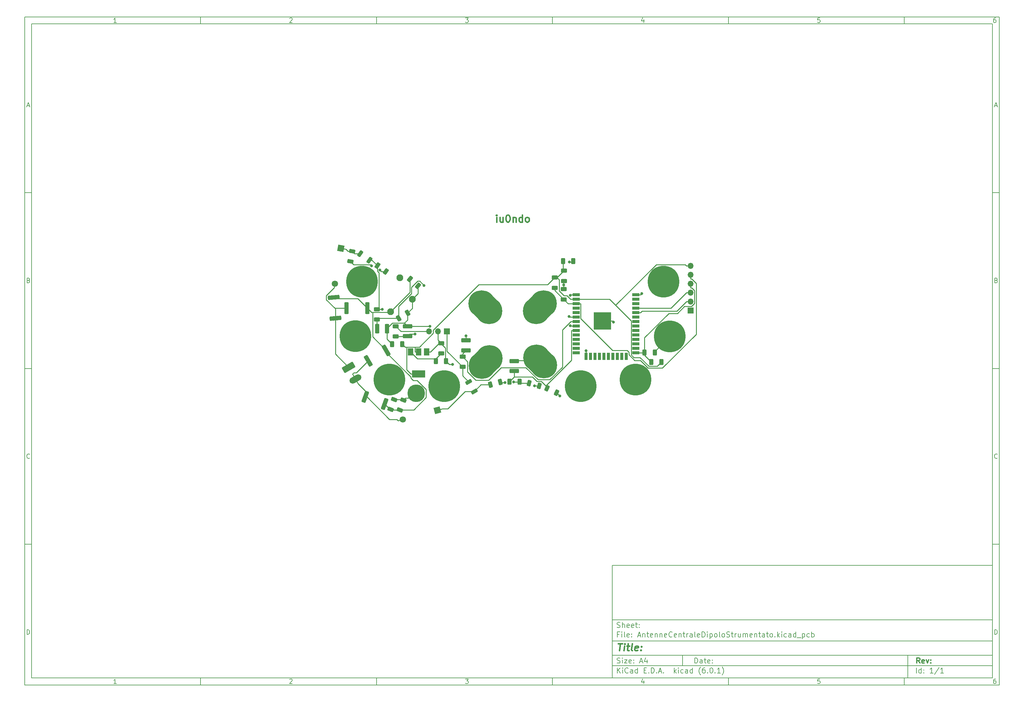
<source format=gtl>
G04 #@! TF.GenerationSoftware,KiCad,Pcbnew,(6.0.1)*
G04 #@! TF.CreationDate,2022-01-29T22:50:14+01:00*
G04 #@! TF.ProjectId,AntenneCentraleDipoloStrumentato,416e7465-6e6e-4654-9365-6e7472616c65,rev?*
G04 #@! TF.SameCoordinates,Original*
G04 #@! TF.FileFunction,Copper,L1,Top*
G04 #@! TF.FilePolarity,Positive*
%FSLAX46Y46*%
G04 Gerber Fmt 4.6, Leading zero omitted, Abs format (unit mm)*
G04 Created by KiCad (PCBNEW (6.0.1)) date 2022-01-29 22:50:14*
%MOMM*%
%LPD*%
G01*
G04 APERTURE LIST*
G04 Aperture macros list*
%AMRoundRect*
0 Rectangle with rounded corners*
0 $1 Rounding radius*
0 $2 $3 $4 $5 $6 $7 $8 $9 X,Y pos of 4 corners*
0 Add a 4 corners polygon primitive as box body*
4,1,4,$2,$3,$4,$5,$6,$7,$8,$9,$2,$3,0*
0 Add four circle primitives for the rounded corners*
1,1,$1+$1,$2,$3*
1,1,$1+$1,$4,$5*
1,1,$1+$1,$6,$7*
1,1,$1+$1,$8,$9*
0 Add four rect primitives between the rounded corners*
20,1,$1+$1,$2,$3,$4,$5,0*
20,1,$1+$1,$4,$5,$6,$7,0*
20,1,$1+$1,$6,$7,$8,$9,0*
20,1,$1+$1,$8,$9,$2,$3,0*%
%AMHorizOval*
0 Thick line with rounded ends*
0 $1 width*
0 $2 $3 position (X,Y) of the first rounded end (center of the circle)*
0 $4 $5 position (X,Y) of the second rounded end (center of the circle)*
0 Add line between two ends*
20,1,$1,$2,$3,$4,$5,0*
0 Add two circle primitives to create the rounded ends*
1,1,$1,$2,$3*
1,1,$1,$4,$5*%
%AMRotRect*
0 Rectangle, with rotation*
0 The origin of the aperture is its center*
0 $1 length*
0 $2 width*
0 $3 Rotation angle, in degrees counterclockwise*
0 Add horizontal line*
21,1,$1,$2,0,0,$3*%
G04 Aperture macros list end*
%ADD10C,0.100000*%
%ADD11C,0.150000*%
%ADD12C,0.300000*%
%ADD13C,0.400000*%
G04 #@! TA.AperFunction,NonConductor*
%ADD14C,0.400000*%
G04 #@! TD*
G04 #@! TA.AperFunction,SMDPad,CuDef*
%ADD15RoundRect,0.250000X-0.312500X-0.625000X0.312500X-0.625000X0.312500X0.625000X-0.312500X0.625000X0*%
G04 #@! TD*
G04 #@! TA.AperFunction,SMDPad,CuDef*
%ADD16RoundRect,0.250000X0.547358X0.434374X-0.019085X0.698511X-0.547358X-0.434374X0.019085X-0.698511X0*%
G04 #@! TD*
G04 #@! TA.AperFunction,SMDPad,CuDef*
%ADD17RoundRect,0.250000X0.641131X0.277907X0.162353X0.679649X-0.641131X-0.277907X-0.162353X-0.679649X0*%
G04 #@! TD*
G04 #@! TA.AperFunction,SMDPad,CuDef*
%ADD18RoundRect,0.250000X0.625000X-0.312500X0.625000X0.312500X-0.625000X0.312500X-0.625000X-0.312500X0*%
G04 #@! TD*
G04 #@! TA.AperFunction,SMDPad,CuDef*
%ADD19RoundRect,0.250000X0.743718X0.111843X0.468718X0.588157X-0.743718X-0.111843X-0.468718X-0.588157X0*%
G04 #@! TD*
G04 #@! TA.AperFunction,SMDPad,CuDef*
%ADD20RoundRect,0.250000X0.312500X0.625000X-0.312500X0.625000X-0.312500X-0.625000X0.312500X-0.625000X0*%
G04 #@! TD*
G04 #@! TA.AperFunction,SMDPad,CuDef*
%ADD21RoundRect,0.250000X-0.625000X0.312500X-0.625000X-0.312500X0.625000X-0.312500X0.625000X0.312500X0*%
G04 #@! TD*
G04 #@! TA.AperFunction,SMDPad,CuDef*
%ADD22RoundRect,0.250000X1.451171X-0.236924X1.387983X0.485318X-1.451171X0.236924X-1.387983X-0.485318X0*%
G04 #@! TD*
G04 #@! TA.AperFunction,ComponentPad*
%ADD23HorizOval,7.500000X1.060660X-1.060660X-1.060660X1.060660X0*%
G04 #@! TD*
G04 #@! TA.AperFunction,ComponentPad*
%ADD24C,0.900000*%
G04 #@! TD*
G04 #@! TA.AperFunction,ComponentPad*
%ADD25C,9.000000*%
G04 #@! TD*
G04 #@! TA.AperFunction,SMDPad,CuDef*
%ADD26R,1.500000X2.000000*%
G04 #@! TD*
G04 #@! TA.AperFunction,SMDPad,CuDef*
%ADD27R,3.800000X2.000000*%
G04 #@! TD*
G04 #@! TA.AperFunction,ComponentPad*
%ADD28HorizOval,7.500000X-1.060660X1.060660X1.060660X-1.060660X0*%
G04 #@! TD*
G04 #@! TA.AperFunction,SMDPad,CuDef*
%ADD29RoundRect,0.250000X-0.041867X0.697516X-0.583133X0.385016X0.041867X-0.697516X0.583133X-0.385016X0*%
G04 #@! TD*
G04 #@! TA.AperFunction,ComponentPad*
%ADD30C,1.950000*%
G04 #@! TD*
G04 #@! TA.AperFunction,ComponentPad*
%ADD31RotRect,1.800000X1.800000X195.000000*%
G04 #@! TD*
G04 #@! TA.AperFunction,ComponentPad*
%ADD32HorizOval,1.800000X0.000000X0.000000X0.000000X0.000000X0*%
G04 #@! TD*
G04 #@! TA.AperFunction,SMDPad,CuDef*
%ADD33RoundRect,0.250000X0.614470X0.332727X0.102500X0.691213X-0.614470X-0.332727X-0.102500X-0.691213X0*%
G04 #@! TD*
G04 #@! TA.AperFunction,SMDPad,CuDef*
%ADD34RoundRect,0.250000X0.828017X1.215080X0.146740X1.463044X-0.828017X-1.215080X-0.146740X-1.463044X0*%
G04 #@! TD*
G04 #@! TA.AperFunction,SMDPad,CuDef*
%ADD35RoundRect,0.250000X-0.398566X1.415336X-1.026434X1.052836X0.398566X-1.415336X1.026434X-1.052836X0*%
G04 #@! TD*
G04 #@! TA.AperFunction,ComponentPad*
%ADD36HorizOval,7.500000X1.060660X1.060660X-1.060660X-1.060660X0*%
G04 #@! TD*
G04 #@! TA.AperFunction,ComponentPad*
%ADD37R,1.700000X1.700000*%
G04 #@! TD*
G04 #@! TA.AperFunction,ComponentPad*
%ADD38O,1.700000X1.700000*%
G04 #@! TD*
G04 #@! TA.AperFunction,SMDPad,CuDef*
%ADD39RoundRect,0.250000X0.561240X-0.416283X0.669770X0.199222X-0.561240X0.416283X-0.669770X-0.199222X0*%
G04 #@! TD*
G04 #@! TA.AperFunction,SMDPad,CuDef*
%ADD40RoundRect,0.250000X0.480427X-0.507417X0.694189X0.079891X-0.480427X0.507417X-0.694189X-0.079891X0*%
G04 #@! TD*
G04 #@! TA.AperFunction,SMDPad,CuDef*
%ADD41RoundRect,0.250000X0.140090X0.684585X-0.463614X0.522823X-0.140090X-0.684585X0.463614X-0.522823X0*%
G04 #@! TD*
G04 #@! TA.AperFunction,SMDPad,CuDef*
%ADD42RoundRect,0.250000X0.463614X0.522823X-0.140090X0.684585X-0.463614X-0.522823X0.140090X-0.684585X0*%
G04 #@! TD*
G04 #@! TA.AperFunction,ComponentPad*
%ADD43HorizOval,7.500000X-1.060660X-1.060660X1.060660X1.060660X0*%
G04 #@! TD*
G04 #@! TA.AperFunction,SMDPad,CuDef*
%ADD44RoundRect,0.250000X-0.362500X-1.425000X0.362500X-1.425000X0.362500X1.425000X-0.362500X1.425000X0*%
G04 #@! TD*
G04 #@! TA.AperFunction,ComponentPad*
%ADD45RoundRect,0.250000X-1.667339X-0.212083X-1.017339X-1.337917X1.667339X0.212083X1.017339X1.337917X0*%
G04 #@! TD*
G04 #@! TA.AperFunction,ComponentPad*
%ADD46HorizOval,1.800000X-0.779423X-0.450000X0.779423X0.450000X0*%
G04 #@! TD*
G04 #@! TA.AperFunction,SMDPad,CuDef*
%ADD47RoundRect,0.250000X1.075000X-0.375000X1.075000X0.375000X-1.075000X0.375000X-1.075000X-0.375000X0*%
G04 #@! TD*
G04 #@! TA.AperFunction,ComponentPad*
%ADD48RotRect,1.800000X1.800000X260.000000*%
G04 #@! TD*
G04 #@! TA.AperFunction,ComponentPad*
%ADD49HorizOval,1.800000X0.000000X0.000000X0.000000X0.000000X0*%
G04 #@! TD*
G04 #@! TA.AperFunction,SMDPad,CuDef*
%ADD50R,5.000000X5.000000*%
G04 #@! TD*
G04 #@! TA.AperFunction,SMDPad,CuDef*
%ADD51R,2.000000X0.900000*%
G04 #@! TD*
G04 #@! TA.AperFunction,SMDPad,CuDef*
%ADD52R,0.900000X2.000000*%
G04 #@! TD*
G04 #@! TA.AperFunction,SMDPad,CuDef*
%ADD53RoundRect,0.250000X-0.375000X-1.075000X0.375000X-1.075000X0.375000X1.075000X-0.375000X1.075000X0*%
G04 #@! TD*
G04 #@! TA.AperFunction,SMDPad,CuDef*
%ADD54RoundRect,0.250000X0.626770X0.415673X0.176237X0.731140X-0.626770X-0.415673X-0.176237X-0.731140X0*%
G04 #@! TD*
G04 #@! TA.AperFunction,ComponentPad*
%ADD55C,0.800000*%
G04 #@! TD*
G04 #@! TA.AperFunction,ComponentPad*
%ADD56C,5.000000*%
G04 #@! TD*
G04 #@! TA.AperFunction,ViaPad*
%ADD57C,0.800000*%
G04 #@! TD*
G04 #@! TA.AperFunction,Conductor*
%ADD58C,0.250000*%
G04 #@! TD*
G04 APERTURE END LIST*
D10*
D11*
X177002200Y-166007200D02*
X177002200Y-198007200D01*
X285002200Y-198007200D01*
X285002200Y-166007200D01*
X177002200Y-166007200D01*
D10*
D11*
X10000000Y-10000000D02*
X10000000Y-200007200D01*
X287002200Y-200007200D01*
X287002200Y-10000000D01*
X10000000Y-10000000D01*
D10*
D11*
X12000000Y-12000000D02*
X12000000Y-198007200D01*
X285002200Y-198007200D01*
X285002200Y-12000000D01*
X12000000Y-12000000D01*
D10*
D11*
X60000000Y-12000000D02*
X60000000Y-10000000D01*
D10*
D11*
X110000000Y-12000000D02*
X110000000Y-10000000D01*
D10*
D11*
X160000000Y-12000000D02*
X160000000Y-10000000D01*
D10*
D11*
X210000000Y-12000000D02*
X210000000Y-10000000D01*
D10*
D11*
X260000000Y-12000000D02*
X260000000Y-10000000D01*
D10*
D11*
X36065476Y-11588095D02*
X35322619Y-11588095D01*
X35694047Y-11588095D02*
X35694047Y-10288095D01*
X35570238Y-10473809D01*
X35446428Y-10597619D01*
X35322619Y-10659523D01*
D10*
D11*
X85322619Y-10411904D02*
X85384523Y-10350000D01*
X85508333Y-10288095D01*
X85817857Y-10288095D01*
X85941666Y-10350000D01*
X86003571Y-10411904D01*
X86065476Y-10535714D01*
X86065476Y-10659523D01*
X86003571Y-10845238D01*
X85260714Y-11588095D01*
X86065476Y-11588095D01*
D10*
D11*
X135260714Y-10288095D02*
X136065476Y-10288095D01*
X135632142Y-10783333D01*
X135817857Y-10783333D01*
X135941666Y-10845238D01*
X136003571Y-10907142D01*
X136065476Y-11030952D01*
X136065476Y-11340476D01*
X136003571Y-11464285D01*
X135941666Y-11526190D01*
X135817857Y-11588095D01*
X135446428Y-11588095D01*
X135322619Y-11526190D01*
X135260714Y-11464285D01*
D10*
D11*
X185941666Y-10721428D02*
X185941666Y-11588095D01*
X185632142Y-10226190D02*
X185322619Y-11154761D01*
X186127380Y-11154761D01*
D10*
D11*
X236003571Y-10288095D02*
X235384523Y-10288095D01*
X235322619Y-10907142D01*
X235384523Y-10845238D01*
X235508333Y-10783333D01*
X235817857Y-10783333D01*
X235941666Y-10845238D01*
X236003571Y-10907142D01*
X236065476Y-11030952D01*
X236065476Y-11340476D01*
X236003571Y-11464285D01*
X235941666Y-11526190D01*
X235817857Y-11588095D01*
X235508333Y-11588095D01*
X235384523Y-11526190D01*
X235322619Y-11464285D01*
D10*
D11*
X285941666Y-10288095D02*
X285694047Y-10288095D01*
X285570238Y-10350000D01*
X285508333Y-10411904D01*
X285384523Y-10597619D01*
X285322619Y-10845238D01*
X285322619Y-11340476D01*
X285384523Y-11464285D01*
X285446428Y-11526190D01*
X285570238Y-11588095D01*
X285817857Y-11588095D01*
X285941666Y-11526190D01*
X286003571Y-11464285D01*
X286065476Y-11340476D01*
X286065476Y-11030952D01*
X286003571Y-10907142D01*
X285941666Y-10845238D01*
X285817857Y-10783333D01*
X285570238Y-10783333D01*
X285446428Y-10845238D01*
X285384523Y-10907142D01*
X285322619Y-11030952D01*
D10*
D11*
X60000000Y-198007200D02*
X60000000Y-200007200D01*
D10*
D11*
X110000000Y-198007200D02*
X110000000Y-200007200D01*
D10*
D11*
X160000000Y-198007200D02*
X160000000Y-200007200D01*
D10*
D11*
X210000000Y-198007200D02*
X210000000Y-200007200D01*
D10*
D11*
X260000000Y-198007200D02*
X260000000Y-200007200D01*
D10*
D11*
X36065476Y-199595295D02*
X35322619Y-199595295D01*
X35694047Y-199595295D02*
X35694047Y-198295295D01*
X35570238Y-198481009D01*
X35446428Y-198604819D01*
X35322619Y-198666723D01*
D10*
D11*
X85322619Y-198419104D02*
X85384523Y-198357200D01*
X85508333Y-198295295D01*
X85817857Y-198295295D01*
X85941666Y-198357200D01*
X86003571Y-198419104D01*
X86065476Y-198542914D01*
X86065476Y-198666723D01*
X86003571Y-198852438D01*
X85260714Y-199595295D01*
X86065476Y-199595295D01*
D10*
D11*
X135260714Y-198295295D02*
X136065476Y-198295295D01*
X135632142Y-198790533D01*
X135817857Y-198790533D01*
X135941666Y-198852438D01*
X136003571Y-198914342D01*
X136065476Y-199038152D01*
X136065476Y-199347676D01*
X136003571Y-199471485D01*
X135941666Y-199533390D01*
X135817857Y-199595295D01*
X135446428Y-199595295D01*
X135322619Y-199533390D01*
X135260714Y-199471485D01*
D10*
D11*
X185941666Y-198728628D02*
X185941666Y-199595295D01*
X185632142Y-198233390D02*
X185322619Y-199161961D01*
X186127380Y-199161961D01*
D10*
D11*
X236003571Y-198295295D02*
X235384523Y-198295295D01*
X235322619Y-198914342D01*
X235384523Y-198852438D01*
X235508333Y-198790533D01*
X235817857Y-198790533D01*
X235941666Y-198852438D01*
X236003571Y-198914342D01*
X236065476Y-199038152D01*
X236065476Y-199347676D01*
X236003571Y-199471485D01*
X235941666Y-199533390D01*
X235817857Y-199595295D01*
X235508333Y-199595295D01*
X235384523Y-199533390D01*
X235322619Y-199471485D01*
D10*
D11*
X285941666Y-198295295D02*
X285694047Y-198295295D01*
X285570238Y-198357200D01*
X285508333Y-198419104D01*
X285384523Y-198604819D01*
X285322619Y-198852438D01*
X285322619Y-199347676D01*
X285384523Y-199471485D01*
X285446428Y-199533390D01*
X285570238Y-199595295D01*
X285817857Y-199595295D01*
X285941666Y-199533390D01*
X286003571Y-199471485D01*
X286065476Y-199347676D01*
X286065476Y-199038152D01*
X286003571Y-198914342D01*
X285941666Y-198852438D01*
X285817857Y-198790533D01*
X285570238Y-198790533D01*
X285446428Y-198852438D01*
X285384523Y-198914342D01*
X285322619Y-199038152D01*
D10*
D11*
X10000000Y-60000000D02*
X12000000Y-60000000D01*
D10*
D11*
X10000000Y-110000000D02*
X12000000Y-110000000D01*
D10*
D11*
X10000000Y-160000000D02*
X12000000Y-160000000D01*
D10*
D11*
X10690476Y-35216666D02*
X11309523Y-35216666D01*
X10566666Y-35588095D02*
X11000000Y-34288095D01*
X11433333Y-35588095D01*
D10*
D11*
X11092857Y-84907142D02*
X11278571Y-84969047D01*
X11340476Y-85030952D01*
X11402380Y-85154761D01*
X11402380Y-85340476D01*
X11340476Y-85464285D01*
X11278571Y-85526190D01*
X11154761Y-85588095D01*
X10659523Y-85588095D01*
X10659523Y-84288095D01*
X11092857Y-84288095D01*
X11216666Y-84350000D01*
X11278571Y-84411904D01*
X11340476Y-84535714D01*
X11340476Y-84659523D01*
X11278571Y-84783333D01*
X11216666Y-84845238D01*
X11092857Y-84907142D01*
X10659523Y-84907142D01*
D10*
D11*
X11402380Y-135464285D02*
X11340476Y-135526190D01*
X11154761Y-135588095D01*
X11030952Y-135588095D01*
X10845238Y-135526190D01*
X10721428Y-135402380D01*
X10659523Y-135278571D01*
X10597619Y-135030952D01*
X10597619Y-134845238D01*
X10659523Y-134597619D01*
X10721428Y-134473809D01*
X10845238Y-134350000D01*
X11030952Y-134288095D01*
X11154761Y-134288095D01*
X11340476Y-134350000D01*
X11402380Y-134411904D01*
D10*
D11*
X10659523Y-185588095D02*
X10659523Y-184288095D01*
X10969047Y-184288095D01*
X11154761Y-184350000D01*
X11278571Y-184473809D01*
X11340476Y-184597619D01*
X11402380Y-184845238D01*
X11402380Y-185030952D01*
X11340476Y-185278571D01*
X11278571Y-185402380D01*
X11154761Y-185526190D01*
X10969047Y-185588095D01*
X10659523Y-185588095D01*
D10*
D11*
X287002200Y-60000000D02*
X285002200Y-60000000D01*
D10*
D11*
X287002200Y-110000000D02*
X285002200Y-110000000D01*
D10*
D11*
X287002200Y-160000000D02*
X285002200Y-160000000D01*
D10*
D11*
X285692676Y-35216666D02*
X286311723Y-35216666D01*
X285568866Y-35588095D02*
X286002200Y-34288095D01*
X286435533Y-35588095D01*
D10*
D11*
X286095057Y-84907142D02*
X286280771Y-84969047D01*
X286342676Y-85030952D01*
X286404580Y-85154761D01*
X286404580Y-85340476D01*
X286342676Y-85464285D01*
X286280771Y-85526190D01*
X286156961Y-85588095D01*
X285661723Y-85588095D01*
X285661723Y-84288095D01*
X286095057Y-84288095D01*
X286218866Y-84350000D01*
X286280771Y-84411904D01*
X286342676Y-84535714D01*
X286342676Y-84659523D01*
X286280771Y-84783333D01*
X286218866Y-84845238D01*
X286095057Y-84907142D01*
X285661723Y-84907142D01*
D10*
D11*
X286404580Y-135464285D02*
X286342676Y-135526190D01*
X286156961Y-135588095D01*
X286033152Y-135588095D01*
X285847438Y-135526190D01*
X285723628Y-135402380D01*
X285661723Y-135278571D01*
X285599819Y-135030952D01*
X285599819Y-134845238D01*
X285661723Y-134597619D01*
X285723628Y-134473809D01*
X285847438Y-134350000D01*
X286033152Y-134288095D01*
X286156961Y-134288095D01*
X286342676Y-134350000D01*
X286404580Y-134411904D01*
D10*
D11*
X285661723Y-185588095D02*
X285661723Y-184288095D01*
X285971247Y-184288095D01*
X286156961Y-184350000D01*
X286280771Y-184473809D01*
X286342676Y-184597619D01*
X286404580Y-184845238D01*
X286404580Y-185030952D01*
X286342676Y-185278571D01*
X286280771Y-185402380D01*
X286156961Y-185526190D01*
X285971247Y-185588095D01*
X285661723Y-185588095D01*
D10*
D11*
X200434342Y-193785771D02*
X200434342Y-192285771D01*
X200791485Y-192285771D01*
X201005771Y-192357200D01*
X201148628Y-192500057D01*
X201220057Y-192642914D01*
X201291485Y-192928628D01*
X201291485Y-193142914D01*
X201220057Y-193428628D01*
X201148628Y-193571485D01*
X201005771Y-193714342D01*
X200791485Y-193785771D01*
X200434342Y-193785771D01*
X202577200Y-193785771D02*
X202577200Y-193000057D01*
X202505771Y-192857200D01*
X202362914Y-192785771D01*
X202077200Y-192785771D01*
X201934342Y-192857200D01*
X202577200Y-193714342D02*
X202434342Y-193785771D01*
X202077200Y-193785771D01*
X201934342Y-193714342D01*
X201862914Y-193571485D01*
X201862914Y-193428628D01*
X201934342Y-193285771D01*
X202077200Y-193214342D01*
X202434342Y-193214342D01*
X202577200Y-193142914D01*
X203077200Y-192785771D02*
X203648628Y-192785771D01*
X203291485Y-192285771D02*
X203291485Y-193571485D01*
X203362914Y-193714342D01*
X203505771Y-193785771D01*
X203648628Y-193785771D01*
X204720057Y-193714342D02*
X204577200Y-193785771D01*
X204291485Y-193785771D01*
X204148628Y-193714342D01*
X204077200Y-193571485D01*
X204077200Y-193000057D01*
X204148628Y-192857200D01*
X204291485Y-192785771D01*
X204577200Y-192785771D01*
X204720057Y-192857200D01*
X204791485Y-193000057D01*
X204791485Y-193142914D01*
X204077200Y-193285771D01*
X205434342Y-193642914D02*
X205505771Y-193714342D01*
X205434342Y-193785771D01*
X205362914Y-193714342D01*
X205434342Y-193642914D01*
X205434342Y-193785771D01*
X205434342Y-192857200D02*
X205505771Y-192928628D01*
X205434342Y-193000057D01*
X205362914Y-192928628D01*
X205434342Y-192857200D01*
X205434342Y-193000057D01*
D10*
D11*
X177002200Y-194507200D02*
X285002200Y-194507200D01*
D10*
D11*
X178434342Y-196585771D02*
X178434342Y-195085771D01*
X179291485Y-196585771D02*
X178648628Y-195728628D01*
X179291485Y-195085771D02*
X178434342Y-195942914D01*
X179934342Y-196585771D02*
X179934342Y-195585771D01*
X179934342Y-195085771D02*
X179862914Y-195157200D01*
X179934342Y-195228628D01*
X180005771Y-195157200D01*
X179934342Y-195085771D01*
X179934342Y-195228628D01*
X181505771Y-196442914D02*
X181434342Y-196514342D01*
X181220057Y-196585771D01*
X181077200Y-196585771D01*
X180862914Y-196514342D01*
X180720057Y-196371485D01*
X180648628Y-196228628D01*
X180577200Y-195942914D01*
X180577200Y-195728628D01*
X180648628Y-195442914D01*
X180720057Y-195300057D01*
X180862914Y-195157200D01*
X181077200Y-195085771D01*
X181220057Y-195085771D01*
X181434342Y-195157200D01*
X181505771Y-195228628D01*
X182791485Y-196585771D02*
X182791485Y-195800057D01*
X182720057Y-195657200D01*
X182577200Y-195585771D01*
X182291485Y-195585771D01*
X182148628Y-195657200D01*
X182791485Y-196514342D02*
X182648628Y-196585771D01*
X182291485Y-196585771D01*
X182148628Y-196514342D01*
X182077200Y-196371485D01*
X182077200Y-196228628D01*
X182148628Y-196085771D01*
X182291485Y-196014342D01*
X182648628Y-196014342D01*
X182791485Y-195942914D01*
X184148628Y-196585771D02*
X184148628Y-195085771D01*
X184148628Y-196514342D02*
X184005771Y-196585771D01*
X183720057Y-196585771D01*
X183577200Y-196514342D01*
X183505771Y-196442914D01*
X183434342Y-196300057D01*
X183434342Y-195871485D01*
X183505771Y-195728628D01*
X183577200Y-195657200D01*
X183720057Y-195585771D01*
X184005771Y-195585771D01*
X184148628Y-195657200D01*
X186005771Y-195800057D02*
X186505771Y-195800057D01*
X186720057Y-196585771D02*
X186005771Y-196585771D01*
X186005771Y-195085771D01*
X186720057Y-195085771D01*
X187362914Y-196442914D02*
X187434342Y-196514342D01*
X187362914Y-196585771D01*
X187291485Y-196514342D01*
X187362914Y-196442914D01*
X187362914Y-196585771D01*
X188077200Y-196585771D02*
X188077200Y-195085771D01*
X188434342Y-195085771D01*
X188648628Y-195157200D01*
X188791485Y-195300057D01*
X188862914Y-195442914D01*
X188934342Y-195728628D01*
X188934342Y-195942914D01*
X188862914Y-196228628D01*
X188791485Y-196371485D01*
X188648628Y-196514342D01*
X188434342Y-196585771D01*
X188077200Y-196585771D01*
X189577200Y-196442914D02*
X189648628Y-196514342D01*
X189577200Y-196585771D01*
X189505771Y-196514342D01*
X189577200Y-196442914D01*
X189577200Y-196585771D01*
X190220057Y-196157200D02*
X190934342Y-196157200D01*
X190077200Y-196585771D02*
X190577200Y-195085771D01*
X191077200Y-196585771D01*
X191577200Y-196442914D02*
X191648628Y-196514342D01*
X191577200Y-196585771D01*
X191505771Y-196514342D01*
X191577200Y-196442914D01*
X191577200Y-196585771D01*
X194577200Y-196585771D02*
X194577200Y-195085771D01*
X194720057Y-196014342D02*
X195148628Y-196585771D01*
X195148628Y-195585771D02*
X194577200Y-196157200D01*
X195791485Y-196585771D02*
X195791485Y-195585771D01*
X195791485Y-195085771D02*
X195720057Y-195157200D01*
X195791485Y-195228628D01*
X195862914Y-195157200D01*
X195791485Y-195085771D01*
X195791485Y-195228628D01*
X197148628Y-196514342D02*
X197005771Y-196585771D01*
X196720057Y-196585771D01*
X196577200Y-196514342D01*
X196505771Y-196442914D01*
X196434342Y-196300057D01*
X196434342Y-195871485D01*
X196505771Y-195728628D01*
X196577200Y-195657200D01*
X196720057Y-195585771D01*
X197005771Y-195585771D01*
X197148628Y-195657200D01*
X198434342Y-196585771D02*
X198434342Y-195800057D01*
X198362914Y-195657200D01*
X198220057Y-195585771D01*
X197934342Y-195585771D01*
X197791485Y-195657200D01*
X198434342Y-196514342D02*
X198291485Y-196585771D01*
X197934342Y-196585771D01*
X197791485Y-196514342D01*
X197720057Y-196371485D01*
X197720057Y-196228628D01*
X197791485Y-196085771D01*
X197934342Y-196014342D01*
X198291485Y-196014342D01*
X198434342Y-195942914D01*
X199791485Y-196585771D02*
X199791485Y-195085771D01*
X199791485Y-196514342D02*
X199648628Y-196585771D01*
X199362914Y-196585771D01*
X199220057Y-196514342D01*
X199148628Y-196442914D01*
X199077200Y-196300057D01*
X199077200Y-195871485D01*
X199148628Y-195728628D01*
X199220057Y-195657200D01*
X199362914Y-195585771D01*
X199648628Y-195585771D01*
X199791485Y-195657200D01*
X202077200Y-197157200D02*
X202005771Y-197085771D01*
X201862914Y-196871485D01*
X201791485Y-196728628D01*
X201720057Y-196514342D01*
X201648628Y-196157200D01*
X201648628Y-195871485D01*
X201720057Y-195514342D01*
X201791485Y-195300057D01*
X201862914Y-195157200D01*
X202005771Y-194942914D01*
X202077200Y-194871485D01*
X203291485Y-195085771D02*
X203005771Y-195085771D01*
X202862914Y-195157200D01*
X202791485Y-195228628D01*
X202648628Y-195442914D01*
X202577200Y-195728628D01*
X202577200Y-196300057D01*
X202648628Y-196442914D01*
X202720057Y-196514342D01*
X202862914Y-196585771D01*
X203148628Y-196585771D01*
X203291485Y-196514342D01*
X203362914Y-196442914D01*
X203434342Y-196300057D01*
X203434342Y-195942914D01*
X203362914Y-195800057D01*
X203291485Y-195728628D01*
X203148628Y-195657200D01*
X202862914Y-195657200D01*
X202720057Y-195728628D01*
X202648628Y-195800057D01*
X202577200Y-195942914D01*
X204077200Y-196442914D02*
X204148628Y-196514342D01*
X204077200Y-196585771D01*
X204005771Y-196514342D01*
X204077200Y-196442914D01*
X204077200Y-196585771D01*
X205077200Y-195085771D02*
X205220057Y-195085771D01*
X205362914Y-195157200D01*
X205434342Y-195228628D01*
X205505771Y-195371485D01*
X205577200Y-195657200D01*
X205577200Y-196014342D01*
X205505771Y-196300057D01*
X205434342Y-196442914D01*
X205362914Y-196514342D01*
X205220057Y-196585771D01*
X205077200Y-196585771D01*
X204934342Y-196514342D01*
X204862914Y-196442914D01*
X204791485Y-196300057D01*
X204720057Y-196014342D01*
X204720057Y-195657200D01*
X204791485Y-195371485D01*
X204862914Y-195228628D01*
X204934342Y-195157200D01*
X205077200Y-195085771D01*
X206220057Y-196442914D02*
X206291485Y-196514342D01*
X206220057Y-196585771D01*
X206148628Y-196514342D01*
X206220057Y-196442914D01*
X206220057Y-196585771D01*
X207720057Y-196585771D02*
X206862914Y-196585771D01*
X207291485Y-196585771D02*
X207291485Y-195085771D01*
X207148628Y-195300057D01*
X207005771Y-195442914D01*
X206862914Y-195514342D01*
X208220057Y-197157200D02*
X208291485Y-197085771D01*
X208434342Y-196871485D01*
X208505771Y-196728628D01*
X208577200Y-196514342D01*
X208648628Y-196157200D01*
X208648628Y-195871485D01*
X208577200Y-195514342D01*
X208505771Y-195300057D01*
X208434342Y-195157200D01*
X208291485Y-194942914D01*
X208220057Y-194871485D01*
D10*
D11*
X177002200Y-191507200D02*
X285002200Y-191507200D01*
D10*
D12*
X264411485Y-193785771D02*
X263911485Y-193071485D01*
X263554342Y-193785771D02*
X263554342Y-192285771D01*
X264125771Y-192285771D01*
X264268628Y-192357200D01*
X264340057Y-192428628D01*
X264411485Y-192571485D01*
X264411485Y-192785771D01*
X264340057Y-192928628D01*
X264268628Y-193000057D01*
X264125771Y-193071485D01*
X263554342Y-193071485D01*
X265625771Y-193714342D02*
X265482914Y-193785771D01*
X265197200Y-193785771D01*
X265054342Y-193714342D01*
X264982914Y-193571485D01*
X264982914Y-193000057D01*
X265054342Y-192857200D01*
X265197200Y-192785771D01*
X265482914Y-192785771D01*
X265625771Y-192857200D01*
X265697200Y-193000057D01*
X265697200Y-193142914D01*
X264982914Y-193285771D01*
X266197200Y-192785771D02*
X266554342Y-193785771D01*
X266911485Y-192785771D01*
X267482914Y-193642914D02*
X267554342Y-193714342D01*
X267482914Y-193785771D01*
X267411485Y-193714342D01*
X267482914Y-193642914D01*
X267482914Y-193785771D01*
X267482914Y-192857200D02*
X267554342Y-192928628D01*
X267482914Y-193000057D01*
X267411485Y-192928628D01*
X267482914Y-192857200D01*
X267482914Y-193000057D01*
D10*
D11*
X178362914Y-193714342D02*
X178577200Y-193785771D01*
X178934342Y-193785771D01*
X179077200Y-193714342D01*
X179148628Y-193642914D01*
X179220057Y-193500057D01*
X179220057Y-193357200D01*
X179148628Y-193214342D01*
X179077200Y-193142914D01*
X178934342Y-193071485D01*
X178648628Y-193000057D01*
X178505771Y-192928628D01*
X178434342Y-192857200D01*
X178362914Y-192714342D01*
X178362914Y-192571485D01*
X178434342Y-192428628D01*
X178505771Y-192357200D01*
X178648628Y-192285771D01*
X179005771Y-192285771D01*
X179220057Y-192357200D01*
X179862914Y-193785771D02*
X179862914Y-192785771D01*
X179862914Y-192285771D02*
X179791485Y-192357200D01*
X179862914Y-192428628D01*
X179934342Y-192357200D01*
X179862914Y-192285771D01*
X179862914Y-192428628D01*
X180434342Y-192785771D02*
X181220057Y-192785771D01*
X180434342Y-193785771D01*
X181220057Y-193785771D01*
X182362914Y-193714342D02*
X182220057Y-193785771D01*
X181934342Y-193785771D01*
X181791485Y-193714342D01*
X181720057Y-193571485D01*
X181720057Y-193000057D01*
X181791485Y-192857200D01*
X181934342Y-192785771D01*
X182220057Y-192785771D01*
X182362914Y-192857200D01*
X182434342Y-193000057D01*
X182434342Y-193142914D01*
X181720057Y-193285771D01*
X183077200Y-193642914D02*
X183148628Y-193714342D01*
X183077200Y-193785771D01*
X183005771Y-193714342D01*
X183077200Y-193642914D01*
X183077200Y-193785771D01*
X183077200Y-192857200D02*
X183148628Y-192928628D01*
X183077200Y-193000057D01*
X183005771Y-192928628D01*
X183077200Y-192857200D01*
X183077200Y-193000057D01*
X184862914Y-193357200D02*
X185577200Y-193357200D01*
X184720057Y-193785771D02*
X185220057Y-192285771D01*
X185720057Y-193785771D01*
X186862914Y-192785771D02*
X186862914Y-193785771D01*
X186505771Y-192214342D02*
X186148628Y-193285771D01*
X187077200Y-193285771D01*
D10*
D11*
X263434342Y-196585771D02*
X263434342Y-195085771D01*
X264791485Y-196585771D02*
X264791485Y-195085771D01*
X264791485Y-196514342D02*
X264648628Y-196585771D01*
X264362914Y-196585771D01*
X264220057Y-196514342D01*
X264148628Y-196442914D01*
X264077200Y-196300057D01*
X264077200Y-195871485D01*
X264148628Y-195728628D01*
X264220057Y-195657200D01*
X264362914Y-195585771D01*
X264648628Y-195585771D01*
X264791485Y-195657200D01*
X265505771Y-196442914D02*
X265577200Y-196514342D01*
X265505771Y-196585771D01*
X265434342Y-196514342D01*
X265505771Y-196442914D01*
X265505771Y-196585771D01*
X265505771Y-195657200D02*
X265577200Y-195728628D01*
X265505771Y-195800057D01*
X265434342Y-195728628D01*
X265505771Y-195657200D01*
X265505771Y-195800057D01*
X268148628Y-196585771D02*
X267291485Y-196585771D01*
X267720057Y-196585771D02*
X267720057Y-195085771D01*
X267577200Y-195300057D01*
X267434342Y-195442914D01*
X267291485Y-195514342D01*
X269862914Y-195014342D02*
X268577200Y-196942914D01*
X271148628Y-196585771D02*
X270291485Y-196585771D01*
X270720057Y-196585771D02*
X270720057Y-195085771D01*
X270577200Y-195300057D01*
X270434342Y-195442914D01*
X270291485Y-195514342D01*
D10*
D11*
X177002200Y-187507200D02*
X285002200Y-187507200D01*
D10*
D13*
X178714580Y-188211961D02*
X179857438Y-188211961D01*
X179036009Y-190211961D02*
X179286009Y-188211961D01*
X180274104Y-190211961D02*
X180440771Y-188878628D01*
X180524104Y-188211961D02*
X180416961Y-188307200D01*
X180500295Y-188402438D01*
X180607438Y-188307200D01*
X180524104Y-188211961D01*
X180500295Y-188402438D01*
X181107438Y-188878628D02*
X181869342Y-188878628D01*
X181476485Y-188211961D02*
X181262200Y-189926247D01*
X181333628Y-190116723D01*
X181512200Y-190211961D01*
X181702676Y-190211961D01*
X182655057Y-190211961D02*
X182476485Y-190116723D01*
X182405057Y-189926247D01*
X182619342Y-188211961D01*
X184190771Y-190116723D02*
X183988390Y-190211961D01*
X183607438Y-190211961D01*
X183428866Y-190116723D01*
X183357438Y-189926247D01*
X183452676Y-189164342D01*
X183571723Y-188973866D01*
X183774104Y-188878628D01*
X184155057Y-188878628D01*
X184333628Y-188973866D01*
X184405057Y-189164342D01*
X184381247Y-189354819D01*
X183405057Y-189545295D01*
X185155057Y-190021485D02*
X185238390Y-190116723D01*
X185131247Y-190211961D01*
X185047914Y-190116723D01*
X185155057Y-190021485D01*
X185131247Y-190211961D01*
X185286009Y-188973866D02*
X185369342Y-189069104D01*
X185262200Y-189164342D01*
X185178866Y-189069104D01*
X185286009Y-188973866D01*
X185262200Y-189164342D01*
D10*
D11*
X178934342Y-185600057D02*
X178434342Y-185600057D01*
X178434342Y-186385771D02*
X178434342Y-184885771D01*
X179148628Y-184885771D01*
X179720057Y-186385771D02*
X179720057Y-185385771D01*
X179720057Y-184885771D02*
X179648628Y-184957200D01*
X179720057Y-185028628D01*
X179791485Y-184957200D01*
X179720057Y-184885771D01*
X179720057Y-185028628D01*
X180648628Y-186385771D02*
X180505771Y-186314342D01*
X180434342Y-186171485D01*
X180434342Y-184885771D01*
X181791485Y-186314342D02*
X181648628Y-186385771D01*
X181362914Y-186385771D01*
X181220057Y-186314342D01*
X181148628Y-186171485D01*
X181148628Y-185600057D01*
X181220057Y-185457200D01*
X181362914Y-185385771D01*
X181648628Y-185385771D01*
X181791485Y-185457200D01*
X181862914Y-185600057D01*
X181862914Y-185742914D01*
X181148628Y-185885771D01*
X182505771Y-186242914D02*
X182577200Y-186314342D01*
X182505771Y-186385771D01*
X182434342Y-186314342D01*
X182505771Y-186242914D01*
X182505771Y-186385771D01*
X182505771Y-185457200D02*
X182577200Y-185528628D01*
X182505771Y-185600057D01*
X182434342Y-185528628D01*
X182505771Y-185457200D01*
X182505771Y-185600057D01*
X184291485Y-185957200D02*
X185005771Y-185957200D01*
X184148628Y-186385771D02*
X184648628Y-184885771D01*
X185148628Y-186385771D01*
X185648628Y-185385771D02*
X185648628Y-186385771D01*
X185648628Y-185528628D02*
X185720057Y-185457200D01*
X185862914Y-185385771D01*
X186077200Y-185385771D01*
X186220057Y-185457200D01*
X186291485Y-185600057D01*
X186291485Y-186385771D01*
X186791485Y-185385771D02*
X187362914Y-185385771D01*
X187005771Y-184885771D02*
X187005771Y-186171485D01*
X187077200Y-186314342D01*
X187220057Y-186385771D01*
X187362914Y-186385771D01*
X188434342Y-186314342D02*
X188291485Y-186385771D01*
X188005771Y-186385771D01*
X187862914Y-186314342D01*
X187791485Y-186171485D01*
X187791485Y-185600057D01*
X187862914Y-185457200D01*
X188005771Y-185385771D01*
X188291485Y-185385771D01*
X188434342Y-185457200D01*
X188505771Y-185600057D01*
X188505771Y-185742914D01*
X187791485Y-185885771D01*
X189148628Y-185385771D02*
X189148628Y-186385771D01*
X189148628Y-185528628D02*
X189220057Y-185457200D01*
X189362914Y-185385771D01*
X189577200Y-185385771D01*
X189720057Y-185457200D01*
X189791485Y-185600057D01*
X189791485Y-186385771D01*
X190505771Y-185385771D02*
X190505771Y-186385771D01*
X190505771Y-185528628D02*
X190577200Y-185457200D01*
X190720057Y-185385771D01*
X190934342Y-185385771D01*
X191077200Y-185457200D01*
X191148628Y-185600057D01*
X191148628Y-186385771D01*
X192434342Y-186314342D02*
X192291485Y-186385771D01*
X192005771Y-186385771D01*
X191862914Y-186314342D01*
X191791485Y-186171485D01*
X191791485Y-185600057D01*
X191862914Y-185457200D01*
X192005771Y-185385771D01*
X192291485Y-185385771D01*
X192434342Y-185457200D01*
X192505771Y-185600057D01*
X192505771Y-185742914D01*
X191791485Y-185885771D01*
X194005771Y-186242914D02*
X193934342Y-186314342D01*
X193720057Y-186385771D01*
X193577200Y-186385771D01*
X193362914Y-186314342D01*
X193220057Y-186171485D01*
X193148628Y-186028628D01*
X193077200Y-185742914D01*
X193077200Y-185528628D01*
X193148628Y-185242914D01*
X193220057Y-185100057D01*
X193362914Y-184957200D01*
X193577200Y-184885771D01*
X193720057Y-184885771D01*
X193934342Y-184957200D01*
X194005771Y-185028628D01*
X195220057Y-186314342D02*
X195077200Y-186385771D01*
X194791485Y-186385771D01*
X194648628Y-186314342D01*
X194577200Y-186171485D01*
X194577200Y-185600057D01*
X194648628Y-185457200D01*
X194791485Y-185385771D01*
X195077200Y-185385771D01*
X195220057Y-185457200D01*
X195291485Y-185600057D01*
X195291485Y-185742914D01*
X194577200Y-185885771D01*
X195934342Y-185385771D02*
X195934342Y-186385771D01*
X195934342Y-185528628D02*
X196005771Y-185457200D01*
X196148628Y-185385771D01*
X196362914Y-185385771D01*
X196505771Y-185457200D01*
X196577200Y-185600057D01*
X196577200Y-186385771D01*
X197077200Y-185385771D02*
X197648628Y-185385771D01*
X197291485Y-184885771D02*
X197291485Y-186171485D01*
X197362914Y-186314342D01*
X197505771Y-186385771D01*
X197648628Y-186385771D01*
X198148628Y-186385771D02*
X198148628Y-185385771D01*
X198148628Y-185671485D02*
X198220057Y-185528628D01*
X198291485Y-185457200D01*
X198434342Y-185385771D01*
X198577200Y-185385771D01*
X199720057Y-186385771D02*
X199720057Y-185600057D01*
X199648628Y-185457200D01*
X199505771Y-185385771D01*
X199220057Y-185385771D01*
X199077200Y-185457200D01*
X199720057Y-186314342D02*
X199577200Y-186385771D01*
X199220057Y-186385771D01*
X199077200Y-186314342D01*
X199005771Y-186171485D01*
X199005771Y-186028628D01*
X199077200Y-185885771D01*
X199220057Y-185814342D01*
X199577200Y-185814342D01*
X199720057Y-185742914D01*
X200648628Y-186385771D02*
X200505771Y-186314342D01*
X200434342Y-186171485D01*
X200434342Y-184885771D01*
X201791485Y-186314342D02*
X201648628Y-186385771D01*
X201362914Y-186385771D01*
X201220057Y-186314342D01*
X201148628Y-186171485D01*
X201148628Y-185600057D01*
X201220057Y-185457200D01*
X201362914Y-185385771D01*
X201648628Y-185385771D01*
X201791485Y-185457200D01*
X201862914Y-185600057D01*
X201862914Y-185742914D01*
X201148628Y-185885771D01*
X202505771Y-186385771D02*
X202505771Y-184885771D01*
X202862914Y-184885771D01*
X203077200Y-184957200D01*
X203220057Y-185100057D01*
X203291485Y-185242914D01*
X203362914Y-185528628D01*
X203362914Y-185742914D01*
X203291485Y-186028628D01*
X203220057Y-186171485D01*
X203077200Y-186314342D01*
X202862914Y-186385771D01*
X202505771Y-186385771D01*
X204005771Y-186385771D02*
X204005771Y-185385771D01*
X204005771Y-184885771D02*
X203934342Y-184957200D01*
X204005771Y-185028628D01*
X204077200Y-184957200D01*
X204005771Y-184885771D01*
X204005771Y-185028628D01*
X204720057Y-185385771D02*
X204720057Y-186885771D01*
X204720057Y-185457200D02*
X204862914Y-185385771D01*
X205148628Y-185385771D01*
X205291485Y-185457200D01*
X205362914Y-185528628D01*
X205434342Y-185671485D01*
X205434342Y-186100057D01*
X205362914Y-186242914D01*
X205291485Y-186314342D01*
X205148628Y-186385771D01*
X204862914Y-186385771D01*
X204720057Y-186314342D01*
X206291485Y-186385771D02*
X206148628Y-186314342D01*
X206077200Y-186242914D01*
X206005771Y-186100057D01*
X206005771Y-185671485D01*
X206077200Y-185528628D01*
X206148628Y-185457200D01*
X206291485Y-185385771D01*
X206505771Y-185385771D01*
X206648628Y-185457200D01*
X206720057Y-185528628D01*
X206791485Y-185671485D01*
X206791485Y-186100057D01*
X206720057Y-186242914D01*
X206648628Y-186314342D01*
X206505771Y-186385771D01*
X206291485Y-186385771D01*
X207648628Y-186385771D02*
X207505771Y-186314342D01*
X207434342Y-186171485D01*
X207434342Y-184885771D01*
X208434342Y-186385771D02*
X208291485Y-186314342D01*
X208220057Y-186242914D01*
X208148628Y-186100057D01*
X208148628Y-185671485D01*
X208220057Y-185528628D01*
X208291485Y-185457200D01*
X208434342Y-185385771D01*
X208648628Y-185385771D01*
X208791485Y-185457200D01*
X208862914Y-185528628D01*
X208934342Y-185671485D01*
X208934342Y-186100057D01*
X208862914Y-186242914D01*
X208791485Y-186314342D01*
X208648628Y-186385771D01*
X208434342Y-186385771D01*
X209505771Y-186314342D02*
X209720057Y-186385771D01*
X210077200Y-186385771D01*
X210220057Y-186314342D01*
X210291485Y-186242914D01*
X210362914Y-186100057D01*
X210362914Y-185957200D01*
X210291485Y-185814342D01*
X210220057Y-185742914D01*
X210077200Y-185671485D01*
X209791485Y-185600057D01*
X209648628Y-185528628D01*
X209577200Y-185457200D01*
X209505771Y-185314342D01*
X209505771Y-185171485D01*
X209577200Y-185028628D01*
X209648628Y-184957200D01*
X209791485Y-184885771D01*
X210148628Y-184885771D01*
X210362914Y-184957200D01*
X210791485Y-185385771D02*
X211362914Y-185385771D01*
X211005771Y-184885771D02*
X211005771Y-186171485D01*
X211077200Y-186314342D01*
X211220057Y-186385771D01*
X211362914Y-186385771D01*
X211862914Y-186385771D02*
X211862914Y-185385771D01*
X211862914Y-185671485D02*
X211934342Y-185528628D01*
X212005771Y-185457200D01*
X212148628Y-185385771D01*
X212291485Y-185385771D01*
X213434342Y-185385771D02*
X213434342Y-186385771D01*
X212791485Y-185385771D02*
X212791485Y-186171485D01*
X212862914Y-186314342D01*
X213005771Y-186385771D01*
X213220057Y-186385771D01*
X213362914Y-186314342D01*
X213434342Y-186242914D01*
X214148628Y-186385771D02*
X214148628Y-185385771D01*
X214148628Y-185528628D02*
X214220057Y-185457200D01*
X214362914Y-185385771D01*
X214577200Y-185385771D01*
X214720057Y-185457200D01*
X214791485Y-185600057D01*
X214791485Y-186385771D01*
X214791485Y-185600057D02*
X214862914Y-185457200D01*
X215005771Y-185385771D01*
X215220057Y-185385771D01*
X215362914Y-185457200D01*
X215434342Y-185600057D01*
X215434342Y-186385771D01*
X216720057Y-186314342D02*
X216577200Y-186385771D01*
X216291485Y-186385771D01*
X216148628Y-186314342D01*
X216077200Y-186171485D01*
X216077200Y-185600057D01*
X216148628Y-185457200D01*
X216291485Y-185385771D01*
X216577200Y-185385771D01*
X216720057Y-185457200D01*
X216791485Y-185600057D01*
X216791485Y-185742914D01*
X216077200Y-185885771D01*
X217434342Y-185385771D02*
X217434342Y-186385771D01*
X217434342Y-185528628D02*
X217505771Y-185457200D01*
X217648628Y-185385771D01*
X217862914Y-185385771D01*
X218005771Y-185457200D01*
X218077200Y-185600057D01*
X218077200Y-186385771D01*
X218577200Y-185385771D02*
X219148628Y-185385771D01*
X218791485Y-184885771D02*
X218791485Y-186171485D01*
X218862914Y-186314342D01*
X219005771Y-186385771D01*
X219148628Y-186385771D01*
X220291485Y-186385771D02*
X220291485Y-185600057D01*
X220220057Y-185457200D01*
X220077200Y-185385771D01*
X219791485Y-185385771D01*
X219648628Y-185457200D01*
X220291485Y-186314342D02*
X220148628Y-186385771D01*
X219791485Y-186385771D01*
X219648628Y-186314342D01*
X219577200Y-186171485D01*
X219577200Y-186028628D01*
X219648628Y-185885771D01*
X219791485Y-185814342D01*
X220148628Y-185814342D01*
X220291485Y-185742914D01*
X220791485Y-185385771D02*
X221362914Y-185385771D01*
X221005771Y-184885771D02*
X221005771Y-186171485D01*
X221077200Y-186314342D01*
X221220057Y-186385771D01*
X221362914Y-186385771D01*
X222077200Y-186385771D02*
X221934342Y-186314342D01*
X221862914Y-186242914D01*
X221791485Y-186100057D01*
X221791485Y-185671485D01*
X221862914Y-185528628D01*
X221934342Y-185457200D01*
X222077200Y-185385771D01*
X222291485Y-185385771D01*
X222434342Y-185457200D01*
X222505771Y-185528628D01*
X222577200Y-185671485D01*
X222577200Y-186100057D01*
X222505771Y-186242914D01*
X222434342Y-186314342D01*
X222291485Y-186385771D01*
X222077200Y-186385771D01*
X223220057Y-186242914D02*
X223291485Y-186314342D01*
X223220057Y-186385771D01*
X223148628Y-186314342D01*
X223220057Y-186242914D01*
X223220057Y-186385771D01*
X223934342Y-186385771D02*
X223934342Y-184885771D01*
X224077200Y-185814342D02*
X224505771Y-186385771D01*
X224505771Y-185385771D02*
X223934342Y-185957200D01*
X225148628Y-186385771D02*
X225148628Y-185385771D01*
X225148628Y-184885771D02*
X225077200Y-184957200D01*
X225148628Y-185028628D01*
X225220057Y-184957200D01*
X225148628Y-184885771D01*
X225148628Y-185028628D01*
X226505771Y-186314342D02*
X226362914Y-186385771D01*
X226077200Y-186385771D01*
X225934342Y-186314342D01*
X225862914Y-186242914D01*
X225791485Y-186100057D01*
X225791485Y-185671485D01*
X225862914Y-185528628D01*
X225934342Y-185457200D01*
X226077200Y-185385771D01*
X226362914Y-185385771D01*
X226505771Y-185457200D01*
X227791485Y-186385771D02*
X227791485Y-185600057D01*
X227720057Y-185457200D01*
X227577200Y-185385771D01*
X227291485Y-185385771D01*
X227148628Y-185457200D01*
X227791485Y-186314342D02*
X227648628Y-186385771D01*
X227291485Y-186385771D01*
X227148628Y-186314342D01*
X227077200Y-186171485D01*
X227077200Y-186028628D01*
X227148628Y-185885771D01*
X227291485Y-185814342D01*
X227648628Y-185814342D01*
X227791485Y-185742914D01*
X229148628Y-186385771D02*
X229148628Y-184885771D01*
X229148628Y-186314342D02*
X229005771Y-186385771D01*
X228720057Y-186385771D01*
X228577200Y-186314342D01*
X228505771Y-186242914D01*
X228434342Y-186100057D01*
X228434342Y-185671485D01*
X228505771Y-185528628D01*
X228577200Y-185457200D01*
X228720057Y-185385771D01*
X229005771Y-185385771D01*
X229148628Y-185457200D01*
X229505771Y-186528628D02*
X230648628Y-186528628D01*
X231005771Y-185385771D02*
X231005771Y-186885771D01*
X231005771Y-185457200D02*
X231148628Y-185385771D01*
X231434342Y-185385771D01*
X231577200Y-185457200D01*
X231648628Y-185528628D01*
X231720057Y-185671485D01*
X231720057Y-186100057D01*
X231648628Y-186242914D01*
X231577200Y-186314342D01*
X231434342Y-186385771D01*
X231148628Y-186385771D01*
X231005771Y-186314342D01*
X233005771Y-186314342D02*
X232862914Y-186385771D01*
X232577200Y-186385771D01*
X232434342Y-186314342D01*
X232362914Y-186242914D01*
X232291485Y-186100057D01*
X232291485Y-185671485D01*
X232362914Y-185528628D01*
X232434342Y-185457200D01*
X232577200Y-185385771D01*
X232862914Y-185385771D01*
X233005771Y-185457200D01*
X233648628Y-186385771D02*
X233648628Y-184885771D01*
X233648628Y-185457200D02*
X233791485Y-185385771D01*
X234077200Y-185385771D01*
X234220057Y-185457200D01*
X234291485Y-185528628D01*
X234362914Y-185671485D01*
X234362914Y-186100057D01*
X234291485Y-186242914D01*
X234220057Y-186314342D01*
X234077200Y-186385771D01*
X233791485Y-186385771D01*
X233648628Y-186314342D01*
D10*
D11*
X177002200Y-181507200D02*
X285002200Y-181507200D01*
D10*
D11*
X178362914Y-183614342D02*
X178577200Y-183685771D01*
X178934342Y-183685771D01*
X179077200Y-183614342D01*
X179148628Y-183542914D01*
X179220057Y-183400057D01*
X179220057Y-183257200D01*
X179148628Y-183114342D01*
X179077200Y-183042914D01*
X178934342Y-182971485D01*
X178648628Y-182900057D01*
X178505771Y-182828628D01*
X178434342Y-182757200D01*
X178362914Y-182614342D01*
X178362914Y-182471485D01*
X178434342Y-182328628D01*
X178505771Y-182257200D01*
X178648628Y-182185771D01*
X179005771Y-182185771D01*
X179220057Y-182257200D01*
X179862914Y-183685771D02*
X179862914Y-182185771D01*
X180505771Y-183685771D02*
X180505771Y-182900057D01*
X180434342Y-182757200D01*
X180291485Y-182685771D01*
X180077200Y-182685771D01*
X179934342Y-182757200D01*
X179862914Y-182828628D01*
X181791485Y-183614342D02*
X181648628Y-183685771D01*
X181362914Y-183685771D01*
X181220057Y-183614342D01*
X181148628Y-183471485D01*
X181148628Y-182900057D01*
X181220057Y-182757200D01*
X181362914Y-182685771D01*
X181648628Y-182685771D01*
X181791485Y-182757200D01*
X181862914Y-182900057D01*
X181862914Y-183042914D01*
X181148628Y-183185771D01*
X183077200Y-183614342D02*
X182934342Y-183685771D01*
X182648628Y-183685771D01*
X182505771Y-183614342D01*
X182434342Y-183471485D01*
X182434342Y-182900057D01*
X182505771Y-182757200D01*
X182648628Y-182685771D01*
X182934342Y-182685771D01*
X183077200Y-182757200D01*
X183148628Y-182900057D01*
X183148628Y-183042914D01*
X182434342Y-183185771D01*
X183577200Y-182685771D02*
X184148628Y-182685771D01*
X183791485Y-182185771D02*
X183791485Y-183471485D01*
X183862914Y-183614342D01*
X184005771Y-183685771D01*
X184148628Y-183685771D01*
X184648628Y-183542914D02*
X184720057Y-183614342D01*
X184648628Y-183685771D01*
X184577200Y-183614342D01*
X184648628Y-183542914D01*
X184648628Y-183685771D01*
X184648628Y-182757200D02*
X184720057Y-182828628D01*
X184648628Y-182900057D01*
X184577200Y-182828628D01*
X184648628Y-182757200D01*
X184648628Y-182900057D01*
D10*
D12*
D10*
D11*
D10*
D11*
D10*
D11*
D10*
D11*
D10*
D11*
X197002200Y-191507200D02*
X197002200Y-194507200D01*
D10*
D11*
X261002200Y-191507200D02*
X261002200Y-198007200D01*
D13*
D14*
X144094771Y-68316361D02*
X144094771Y-66983028D01*
X144094771Y-66316361D02*
X143999533Y-66411600D01*
X144094771Y-66506838D01*
X144190009Y-66411600D01*
X144094771Y-66316361D01*
X144094771Y-66506838D01*
X145904295Y-66983028D02*
X145904295Y-68316361D01*
X145047152Y-66983028D02*
X145047152Y-68030647D01*
X145142390Y-68221123D01*
X145332866Y-68316361D01*
X145618580Y-68316361D01*
X145809057Y-68221123D01*
X145904295Y-68125885D01*
X147237628Y-66316361D02*
X147428104Y-66316361D01*
X147618580Y-66411600D01*
X147713819Y-66506838D01*
X147809057Y-66697314D01*
X147904295Y-67078266D01*
X147904295Y-67554457D01*
X147809057Y-67935409D01*
X147713819Y-68125885D01*
X147618580Y-68221123D01*
X147428104Y-68316361D01*
X147237628Y-68316361D01*
X147047152Y-68221123D01*
X146951914Y-68125885D01*
X146856676Y-67935409D01*
X146761438Y-67554457D01*
X146761438Y-67078266D01*
X146856676Y-66697314D01*
X146951914Y-66506838D01*
X147047152Y-66411600D01*
X147237628Y-66316361D01*
X148761438Y-66983028D02*
X148761438Y-68316361D01*
X148761438Y-67173504D02*
X148856676Y-67078266D01*
X149047152Y-66983028D01*
X149332866Y-66983028D01*
X149523342Y-67078266D01*
X149618580Y-67268742D01*
X149618580Y-68316361D01*
X151428104Y-68316361D02*
X151428104Y-66316361D01*
X151428104Y-68221123D02*
X151237628Y-68316361D01*
X150856676Y-68316361D01*
X150666200Y-68221123D01*
X150570961Y-68125885D01*
X150475723Y-67935409D01*
X150475723Y-67363980D01*
X150570961Y-67173504D01*
X150666200Y-67078266D01*
X150856676Y-66983028D01*
X151237628Y-66983028D01*
X151428104Y-67078266D01*
X152666200Y-68316361D02*
X152475723Y-68221123D01*
X152380485Y-68125885D01*
X152285247Y-67935409D01*
X152285247Y-67363980D01*
X152380485Y-67173504D01*
X152475723Y-67078266D01*
X152666200Y-66983028D01*
X152951914Y-66983028D01*
X153142390Y-67078266D01*
X153237628Y-67173504D01*
X153332866Y-67363980D01*
X153332866Y-67935409D01*
X153237628Y-68125885D01*
X153142390Y-68221123D01*
X152951914Y-68316361D01*
X152666200Y-68316361D01*
D15*
X147762500Y-113741200D03*
X150687500Y-113741200D03*
D16*
X161116875Y-116848479D03*
X158465925Y-115612321D03*
D17*
X121744940Y-86436477D03*
X119504260Y-84556323D03*
D18*
X163245800Y-82154300D03*
X163245800Y-85079300D03*
D19*
X136169300Y-113799610D03*
X137744300Y-116527590D03*
D20*
X163002500Y-79476600D03*
X165927500Y-79476600D03*
D21*
X110083600Y-93127100D03*
X110083600Y-96052100D03*
D22*
X98302199Y-95661227D03*
X97785801Y-89758773D03*
D23*
X140928100Y-92566500D03*
D24*
X141210236Y-96413868D03*
X138647681Y-94846919D03*
X137635811Y-93730398D03*
X137215082Y-90904092D03*
X140645964Y-88719132D03*
X137080732Y-92284364D03*
X143862593Y-95500993D03*
X139265692Y-88853482D03*
X143208519Y-90286081D03*
X144775468Y-92848636D03*
X144641118Y-94228908D03*
X142590508Y-96279518D03*
X144220389Y-91402602D03*
X142091998Y-89274211D03*
X137993607Y-89632007D03*
X139764202Y-95858789D03*
X193344800Y-97513800D03*
X195731285Y-103275285D03*
X189969800Y-100888800D03*
X196719800Y-100888800D03*
D25*
X193344800Y-100888800D03*
D24*
X190958315Y-103275285D03*
X195731285Y-98502315D03*
X190958315Y-98502315D03*
X193344800Y-104263800D03*
D26*
X119670800Y-105231800D03*
D27*
X121970800Y-111531800D03*
D26*
X121970800Y-105231800D03*
X124270800Y-105231800D03*
D24*
X156181864Y-104153432D03*
X153171711Y-109164698D03*
X154801592Y-104287782D03*
X155300102Y-111293089D03*
X153529507Y-105066307D03*
X152750982Y-106338392D03*
X160177018Y-109663208D03*
X159756289Y-106836902D03*
X152616632Y-107718664D03*
X160311368Y-108282936D03*
D28*
X156464000Y-108000800D03*
D24*
X158126408Y-111713818D03*
X157627898Y-104708511D03*
X156746136Y-111848168D03*
X158744419Y-105720381D03*
X159398493Y-110935293D03*
X154183581Y-110281219D03*
D29*
X118792362Y-94213950D03*
X116259238Y-95676450D03*
D30*
X114014505Y-93850529D03*
X120138229Y-90314995D03*
X116602695Y-84191271D03*
D31*
X127258700Y-121849800D03*
D32*
X117444894Y-124479401D03*
D18*
X134442200Y-109514100D03*
X134442200Y-106589100D03*
D33*
X112627810Y-82372856D03*
X110231790Y-80695144D03*
D20*
X129783300Y-107924600D03*
X126858300Y-107924600D03*
D24*
X189129515Y-87679685D03*
X188141000Y-85293200D03*
X193902485Y-82906715D03*
X191516000Y-81918200D03*
X193902485Y-87679685D03*
X189129515Y-82906715D03*
D25*
X191516000Y-85293200D03*
D24*
X191516000Y-88668200D03*
X194891000Y-85293200D03*
D15*
X190997300Y-108153200D03*
X188072300Y-108153200D03*
D18*
X160655000Y-84110100D03*
X160655000Y-87035100D03*
D24*
X116076885Y-110795915D03*
X111303915Y-110795915D03*
X116076885Y-115568885D03*
X110315400Y-113182400D03*
X113690400Y-109807400D03*
X113690400Y-116557400D03*
D25*
X113690400Y-113182400D03*
D24*
X111303915Y-115568885D03*
X117065400Y-113182400D03*
D21*
X128346200Y-102779100D03*
X128346200Y-105704100D03*
D24*
X164671400Y-115011200D03*
X170432885Y-117397685D03*
X171421400Y-115011200D03*
X165659915Y-112624715D03*
X168046400Y-118386200D03*
X170432885Y-112624715D03*
X165659915Y-117397685D03*
X168046400Y-111636200D03*
D25*
X168046400Y-115011200D03*
D34*
X112334039Y-120113835D03*
X106766361Y-118087365D03*
D35*
X112750800Y-104843150D03*
X107619600Y-107805650D03*
D24*
X155249302Y-89265311D03*
D36*
X156413200Y-92557600D03*
D24*
X160260568Y-92275464D03*
X156695336Y-88710232D03*
X160126218Y-90895192D03*
X159347693Y-89623107D03*
X156131064Y-96404968D03*
X152700182Y-94220008D03*
X158693619Y-94838019D03*
X154750792Y-96270618D03*
X153478707Y-95492093D03*
X152565832Y-92839736D03*
X154132781Y-90277181D03*
X159705489Y-93721498D03*
X158075608Y-88844582D03*
X153120911Y-91393702D03*
X157577098Y-95849889D03*
D18*
X115443000Y-100878100D03*
X115443000Y-97953100D03*
D37*
X130007600Y-99440600D03*
D38*
X127467600Y-99440600D03*
X124927600Y-99440600D03*
D39*
X102565240Y-79545281D03*
X103073160Y-76664719D03*
D24*
X105867200Y-81918200D03*
X103480715Y-82906715D03*
X103480715Y-87679685D03*
X105867200Y-88668200D03*
X108253685Y-87679685D03*
D25*
X105867200Y-85293200D03*
D24*
X102492200Y-85293200D03*
X108253685Y-82906715D03*
X109242200Y-85293200D03*
D40*
X114028396Y-121592500D03*
X115028804Y-118843900D03*
D41*
X145151267Y-113845277D03*
X142325933Y-114602323D03*
D42*
X156200267Y-114881723D03*
X153374933Y-114124677D03*
D24*
X180216200Y-113131600D03*
X181204715Y-110745115D03*
X185977685Y-110745115D03*
X183591200Y-109756600D03*
X181204715Y-115518085D03*
X185977685Y-115518085D03*
X186966200Y-113131600D03*
X183591200Y-116506600D03*
D25*
X183591200Y-113131600D03*
D24*
X144724918Y-106448892D03*
X143292319Y-110391719D03*
X142674308Y-104398282D03*
X138731481Y-105830881D03*
X137298882Y-109773708D03*
X139349492Y-111824318D03*
X140729764Y-111958668D03*
X138077407Y-111045793D03*
X144304189Y-109275198D03*
X139848002Y-104819011D03*
X142175798Y-111403589D03*
X143946393Y-105176807D03*
X144859268Y-107829164D03*
X137719611Y-106947402D03*
X141294036Y-104263932D03*
X137164532Y-108393436D03*
D43*
X141011900Y-108111300D03*
D44*
X101482300Y-92862400D03*
X107407300Y-92862400D03*
D45*
X102062000Y-109652800D03*
D46*
X103967000Y-112952357D03*
D37*
X199212600Y-93497800D03*
D38*
X199212600Y-90957800D03*
X199212600Y-88417800D03*
X199212600Y-85877800D03*
X199212600Y-83337800D03*
X199212600Y-80797800D03*
D47*
X135407400Y-104803400D03*
X135407400Y-102003400D03*
D48*
X99891300Y-75845400D03*
D49*
X98127035Y-85851047D03*
D20*
X189066900Y-105460800D03*
X186141900Y-105460800D03*
D15*
X117337300Y-103073200D03*
X114412300Y-103073200D03*
D24*
X104038400Y-104162200D03*
X101651915Y-98400715D03*
X100663400Y-100787200D03*
X106424885Y-103173685D03*
D25*
X104038400Y-100787200D03*
D24*
X106424885Y-98400715D03*
X107413400Y-100787200D03*
X101651915Y-103173685D03*
X104038400Y-97412200D03*
D47*
X118821200Y-100764800D03*
X118821200Y-97964800D03*
D50*
X174209200Y-96501600D03*
D51*
X183709200Y-89001600D03*
X183709200Y-90271600D03*
X183709200Y-91541600D03*
X183709200Y-92811600D03*
X183709200Y-94081600D03*
X183709200Y-95351600D03*
X183709200Y-96621600D03*
X183709200Y-97891600D03*
X183709200Y-99161600D03*
X183709200Y-100431600D03*
X183709200Y-101701600D03*
X183709200Y-102971600D03*
X183709200Y-104241600D03*
X183709200Y-105511600D03*
D52*
X180924200Y-106511600D03*
X179654200Y-106511600D03*
X178384200Y-106511600D03*
X177114200Y-106511600D03*
X175844200Y-106511600D03*
X174574200Y-106511600D03*
X173304200Y-106511600D03*
X172034200Y-106511600D03*
X170764200Y-106511600D03*
X169494200Y-106511600D03*
D51*
X166709200Y-105511600D03*
X166709200Y-104241600D03*
X166709200Y-102971600D03*
X166709200Y-101701600D03*
X166709200Y-100431600D03*
X166709200Y-99161600D03*
X166709200Y-97891600D03*
X166709200Y-96621600D03*
X166709200Y-95351600D03*
X166709200Y-94081600D03*
X166709200Y-92811600D03*
X166709200Y-91541600D03*
X166709200Y-90271600D03*
X166709200Y-89001600D03*
D40*
X116619196Y-121744900D03*
X117619604Y-118996300D03*
D53*
X110207600Y-98679000D03*
X113007600Y-98679000D03*
D54*
X107970164Y-79160783D03*
X105389836Y-77354017D03*
D24*
X129235200Y-111636200D03*
X131621685Y-117397685D03*
X125860200Y-115011200D03*
X129235200Y-118386200D03*
X126848715Y-112624715D03*
D25*
X129235200Y-115011200D03*
D24*
X131621685Y-112624715D03*
X132610200Y-115011200D03*
X126848715Y-117397685D03*
D21*
X163220400Y-87412100D03*
X163220400Y-90337100D03*
D47*
X149123400Y-110696200D03*
X149123400Y-107896200D03*
D55*
X121234200Y-115168200D03*
X119908375Y-115717375D03*
X122560025Y-118369025D03*
X123109200Y-117043200D03*
X122560025Y-115717375D03*
X119908375Y-118369025D03*
X121234200Y-118918200D03*
X119359200Y-117043200D03*
D56*
X121234200Y-117043200D03*
D57*
X164719000Y-95219400D03*
X120907300Y-100161700D03*
X123461600Y-86353300D03*
X165081400Y-97847700D03*
X148938000Y-113826100D03*
X111591000Y-93127100D03*
X185330900Y-88705200D03*
X164756200Y-79667800D03*
X110955500Y-81998000D03*
X108615600Y-80786700D03*
X154887200Y-114881700D03*
X135407400Y-100738700D03*
X169494200Y-104896300D03*
X131580000Y-108846400D03*
X146493100Y-114004100D03*
X165089700Y-89188200D03*
X163220400Y-86245700D03*
X177319800Y-96786900D03*
X162082100Y-117813700D03*
X125171700Y-97963800D03*
D58*
X193643500Y-92811600D02*
X198037300Y-88417800D01*
X183709200Y-92811600D02*
X193643500Y-92811600D01*
X199212600Y-88417800D02*
X198037300Y-88417800D01*
X199212600Y-90957800D02*
X198037300Y-90957800D01*
X185484800Y-93631300D02*
X185034500Y-94081600D01*
X195363800Y-93631300D02*
X185484800Y-93631300D01*
X198037300Y-90957800D02*
X195363800Y-93631300D01*
X183709200Y-94081600D02*
X185034500Y-94081600D01*
X166709200Y-99161600D02*
X165383900Y-99161600D01*
X165383900Y-107668300D02*
X158118300Y-114933900D01*
X165383900Y-99161600D02*
X165383900Y-107668300D01*
X158465900Y-115281600D02*
X158118300Y-114933900D01*
X158465900Y-115612300D02*
X158465900Y-115281600D01*
X149123400Y-112380300D02*
X149123400Y-110696200D01*
X147762500Y-113741200D02*
X149123400Y-112380300D01*
X156807300Y-113623000D02*
X158118300Y-114933900D01*
X155544300Y-113623000D02*
X156807300Y-113623000D01*
X154301600Y-112380300D02*
X155544300Y-113623000D01*
X149123400Y-112380300D02*
X154301600Y-112380300D01*
X134442200Y-105768600D02*
X134442200Y-106589100D01*
X135407400Y-104803400D02*
X134442200Y-105768600D01*
X135875800Y-108022700D02*
X134442200Y-106589100D01*
X135875800Y-110929000D02*
X135875800Y-108022700D01*
X138245300Y-113298500D02*
X135875800Y-110929000D01*
X141831300Y-113298500D02*
X138245300Y-113298500D01*
X145393900Y-109735900D02*
X141831300Y-113298500D01*
X152435600Y-109735900D02*
X145393900Y-109735900D01*
X155872300Y-113172600D02*
X152435600Y-109735900D01*
X159242700Y-113172600D02*
X155872300Y-113172600D01*
X162848500Y-109566800D02*
X159242700Y-113172600D01*
X162848500Y-98975300D02*
X162848500Y-109566800D01*
X165202200Y-96621600D02*
X162848500Y-98975300D01*
X166709200Y-96621600D02*
X165202200Y-96621600D01*
X118707900Y-100878100D02*
X115443000Y-100878100D01*
X118821200Y-100764800D02*
X118707900Y-100878100D01*
X119424300Y-100161700D02*
X118821200Y-100764800D01*
X120907300Y-100161700D02*
X119424300Y-100161700D01*
X164851200Y-95351600D02*
X164719000Y-95219400D01*
X166709200Y-95351600D02*
X164851200Y-95351600D01*
X110083600Y-98555000D02*
X110083600Y-96052100D01*
X110207600Y-98679000D02*
X110083600Y-98555000D01*
X110459200Y-95676500D02*
X110083600Y-96052100D01*
X116259200Y-95676500D02*
X110459200Y-95676500D01*
X166709200Y-97891600D02*
X165383900Y-97891600D01*
X165125300Y-97891600D02*
X165081400Y-97847700D01*
X165383900Y-97891600D02*
X165125300Y-97891600D01*
X122260600Y-85152300D02*
X123461600Y-86353300D01*
X121665600Y-85152300D02*
X122260600Y-85152300D01*
X119954700Y-86863200D02*
X121665600Y-85152300D01*
X119954700Y-88659500D02*
X119954700Y-86863200D01*
X116259200Y-92355000D02*
X119954700Y-88659500D01*
X116259200Y-95676500D02*
X116259200Y-92355000D01*
X186091100Y-106172000D02*
X188072300Y-108153200D01*
X186091100Y-105511600D02*
X186091100Y-106172000D01*
X183709200Y-105511600D02*
X186091100Y-105511600D01*
X186091100Y-105511600D02*
X186141900Y-105460800D01*
X199577900Y-87053100D02*
X199212600Y-87053100D01*
X200394000Y-87869200D02*
X199577900Y-87053100D01*
X200394000Y-91440200D02*
X200394000Y-87869200D01*
X199511800Y-92322400D02*
X200394000Y-91440200D01*
X197514100Y-92322400D02*
X199511800Y-92322400D01*
X195529800Y-94306700D02*
X197514100Y-92322400D01*
X193064000Y-94306700D02*
X195529800Y-94306700D01*
X186141900Y-101228800D02*
X193064000Y-94306700D01*
X186141900Y-105460800D02*
X186141900Y-101228800D01*
X199212600Y-85877800D02*
X199212600Y-87053100D01*
X166709200Y-91541600D02*
X168034500Y-91541600D01*
X199212600Y-83337800D02*
X199212600Y-84513100D01*
X168034500Y-95800000D02*
X168034500Y-91541600D01*
X177093500Y-104859000D02*
X168034500Y-95800000D01*
X181204900Y-104859000D02*
X177093500Y-104859000D01*
X181699600Y-105353700D02*
X181204900Y-104859000D01*
X181699600Y-106071200D02*
X181699600Y-105353700D01*
X183375400Y-107747000D02*
X181699600Y-106071200D01*
X185030800Y-107747000D02*
X183375400Y-107747000D01*
X187135500Y-109851700D02*
X185030800Y-107747000D01*
X191224800Y-109851700D02*
X187135500Y-109851700D01*
X200844400Y-100232100D02*
X191224800Y-109851700D01*
X200844400Y-85777600D02*
X200844400Y-100232100D01*
X199579900Y-84513100D02*
X200844400Y-85777600D01*
X199212600Y-84513100D02*
X199579900Y-84513100D01*
X160655000Y-87771700D02*
X163220400Y-90337100D01*
X160655000Y-87035100D02*
X160655000Y-87771700D01*
X164424900Y-91541600D02*
X166709200Y-91541600D01*
X163220400Y-90337100D02*
X164424900Y-91541600D01*
X121631000Y-107192000D02*
X119670800Y-105231800D01*
X126858300Y-107192000D02*
X121631000Y-107192000D01*
X128346200Y-105704100D02*
X126858300Y-107192000D01*
X126858300Y-107192000D02*
X126858300Y-107924600D01*
X121970800Y-105231800D02*
X120895500Y-105231800D01*
X199212600Y-80797800D02*
X198037300Y-80797800D01*
X189483400Y-80467800D02*
X177944100Y-92007100D01*
X197707300Y-80467800D02*
X189483400Y-80467800D01*
X198037300Y-80797800D02*
X197707300Y-80467800D01*
X182383800Y-96446800D02*
X177944100Y-92007100D01*
X182383800Y-106118500D02*
X182383800Y-96446800D01*
X183111700Y-106846400D02*
X182383800Y-106118500D01*
X184880700Y-106846400D02*
X183111700Y-106846400D01*
X187393800Y-109359500D02*
X184880700Y-106846400D01*
X189791000Y-109359500D02*
X187393800Y-109359500D01*
X190997300Y-108153200D02*
X189791000Y-109359500D01*
X176208600Y-90271600D02*
X166709200Y-90271600D01*
X177944100Y-92007100D02*
X176208600Y-90271600D01*
X166709200Y-90271600D02*
X165383900Y-90271600D01*
X120895500Y-103885700D02*
X120895500Y-105231800D01*
X158618900Y-86146200D02*
X160655000Y-84110100D01*
X139085700Y-86146200D02*
X158618900Y-86146200D01*
X126103000Y-99128900D02*
X139085700Y-86146200D01*
X126103000Y-99952500D02*
X126103000Y-99128900D01*
X122169800Y-103885700D02*
X126103000Y-99952500D01*
X120895500Y-103885700D02*
X122169800Y-103885700D01*
X160655000Y-84110100D02*
X161290000Y-84110100D01*
X161290000Y-84110100D02*
X163245800Y-82154300D01*
X163002500Y-81911000D02*
X163245800Y-82154300D01*
X163002500Y-79476600D02*
X163002500Y-81911000D01*
X165147400Y-90271600D02*
X165383900Y-90271600D01*
X164127900Y-89252100D02*
X165147400Y-90271600D01*
X163303200Y-89252100D02*
X164127900Y-89252100D01*
X161948600Y-87897500D02*
X163303200Y-89252100D01*
X161948600Y-84768700D02*
X161948600Y-87897500D01*
X161290000Y-84110100D02*
X161948600Y-84768700D01*
X121970800Y-111531800D02*
X119745500Y-111531800D01*
X118574600Y-110360900D02*
X118574600Y-103885700D01*
X119745500Y-111531800D02*
X118574600Y-110360900D01*
X120895500Y-103885700D02*
X118574600Y-103885700D01*
X118149800Y-103885700D02*
X117337300Y-103073200D01*
X118574600Y-103885700D02*
X118149800Y-103885700D01*
X103967000Y-112952400D02*
X104768200Y-114340200D01*
X103543000Y-111187300D02*
X103165700Y-111564600D01*
X104238000Y-111187300D02*
X103543000Y-111187300D01*
X107619600Y-107805700D02*
X104238000Y-111187300D01*
X103967000Y-112952400D02*
X103165700Y-111564600D01*
X117444900Y-124479400D02*
X116130000Y-124831700D01*
X106766400Y-116338400D02*
X106766400Y-118087400D01*
X104768200Y-114340200D02*
X106766400Y-116338400D01*
X115777700Y-124479400D02*
X116130000Y-124831700D01*
X113659400Y-124479400D02*
X115777700Y-124479400D01*
X107267400Y-118087400D02*
X113659400Y-124479400D01*
X106766400Y-118087400D02*
X107267400Y-118087400D01*
X98127000Y-85851000D02*
X97898700Y-87145900D01*
X98302200Y-92862400D02*
X98302200Y-95661200D01*
X101482300Y-92862400D02*
X98302200Y-92862400D01*
X97821700Y-87145900D02*
X97898700Y-87145900D01*
X95730900Y-89236700D02*
X97821700Y-87145900D01*
X95730900Y-90421800D02*
X95730900Y-89236700D01*
X98171500Y-92862400D02*
X95730900Y-90421800D01*
X98302200Y-92862400D02*
X98171500Y-92862400D01*
X98302200Y-105893000D02*
X98302200Y-95661200D01*
X102062000Y-109652800D02*
X98302200Y-105893000D01*
X130007600Y-105079500D02*
X130007600Y-99440600D01*
X134442200Y-109514100D02*
X130007600Y-105079500D01*
X134442200Y-112072500D02*
X136169300Y-113799600D01*
X134442200Y-109514100D02*
X134442200Y-112072500D01*
X151071000Y-114124700D02*
X150687500Y-113741200D01*
X153374900Y-114124700D02*
X151071000Y-114124700D01*
X150602600Y-113826100D02*
X150687500Y-113741200D01*
X148938000Y-113826100D02*
X150602600Y-113826100D01*
X135147600Y-116527600D02*
X137744300Y-116527600D01*
X130227500Y-121447700D02*
X135147600Y-116527600D01*
X128759500Y-121447700D02*
X130227500Y-121447700D01*
X127258700Y-121849800D02*
X128759500Y-121447700D01*
X139669600Y-114602300D02*
X137744300Y-116527600D01*
X142325900Y-114602300D02*
X139669600Y-114602300D01*
X104663500Y-90118600D02*
X107407300Y-92862400D01*
X98145600Y-90118600D02*
X104663500Y-90118600D01*
X97785800Y-89758800D02*
X98145600Y-90118600D01*
X108591500Y-94046600D02*
X108882200Y-94046600D01*
X107407300Y-92862400D02*
X108591500Y-94046600D01*
X112750800Y-105418600D02*
X112750800Y-104843100D01*
X119745400Y-112413200D02*
X112750800Y-105418600D01*
X119745400Y-112707000D02*
X119745400Y-112413200D01*
X120416600Y-113378200D02*
X119745400Y-112707000D01*
X121565800Y-113378200D02*
X120416600Y-113378200D01*
X124106200Y-115918600D02*
X121565800Y-113378200D01*
X124106200Y-118224000D02*
X124106200Y-115918600D01*
X120585300Y-121744900D02*
X124106200Y-118224000D01*
X116619200Y-121744900D02*
X120585300Y-121744900D01*
X108882200Y-100974500D02*
X108882200Y-94046600D01*
X112750800Y-104843100D02*
X108882200Y-100974500D01*
X114180800Y-121744900D02*
X114028400Y-121592500D01*
X116619200Y-121744900D02*
X114180800Y-121744900D01*
X113812700Y-121592500D02*
X112334000Y-120113800D01*
X114028400Y-121592500D02*
X113812700Y-121592500D01*
X113818400Y-94046600D02*
X114014500Y-93850500D01*
X108882200Y-94046600D02*
X113818400Y-94046600D01*
X119504300Y-88360700D02*
X114014500Y-93850500D01*
X119504300Y-84556300D02*
X119504300Y-88360700D01*
X103762500Y-77354000D02*
X103073200Y-76664700D01*
X105389800Y-77354000D02*
X103762500Y-77354000D01*
X101879800Y-76664700D02*
X103073200Y-76664700D01*
X101310800Y-76095700D02*
X101879800Y-76664700D01*
X101310800Y-76095600D02*
X101310800Y-76095700D01*
X99891300Y-75845400D02*
X101310800Y-76095600D01*
X108697500Y-79160800D02*
X107970200Y-79160800D01*
X110231800Y-80695100D02*
X108697500Y-79160800D01*
X110692500Y-92518200D02*
X110083600Y-93127100D01*
X110692500Y-82760700D02*
X110692500Y-92518200D01*
X110230200Y-82298400D02*
X110692500Y-82760700D01*
X110230200Y-80696700D02*
X110230200Y-82298400D01*
X110231800Y-80695100D02*
X110230200Y-80696700D01*
X124927600Y-99440600D02*
X123752300Y-99440600D01*
X110083600Y-93127100D02*
X111591000Y-93127100D01*
X116926300Y-99436400D02*
X115443000Y-97953100D01*
X123748100Y-99436400D02*
X116926300Y-99436400D01*
X123752300Y-99440600D02*
X123748100Y-99436400D01*
X183709200Y-89001600D02*
X185034500Y-89001600D01*
X185330900Y-88705200D02*
X185034500Y-89001600D01*
X165736300Y-79667800D02*
X165927500Y-79476600D01*
X164756200Y-79667800D02*
X165736300Y-79667800D01*
X113007600Y-101668500D02*
X113007600Y-98679000D01*
X114412300Y-103073200D02*
X113007600Y-101668500D01*
X103487700Y-80467800D02*
X102565200Y-79545300D01*
X108296700Y-80467800D02*
X103487700Y-80467800D01*
X108615600Y-80786700D02*
X108296700Y-80467800D01*
X111330400Y-82372900D02*
X110955500Y-81998000D01*
X112627800Y-82372900D02*
X111330400Y-82372900D01*
X149300900Y-107718700D02*
X149123400Y-107896200D01*
X152616600Y-107718700D02*
X149300900Y-107718700D01*
X124270800Y-105231800D02*
X125346100Y-105231800D01*
X129557200Y-104167900D02*
X128346200Y-102956900D01*
X129557200Y-107698500D02*
X129557200Y-104167900D01*
X129783300Y-107924600D02*
X129557200Y-107698500D01*
X127621000Y-102956900D02*
X125346100Y-105231800D01*
X128346200Y-102956900D02*
X127621000Y-102956900D01*
X128346200Y-102956900D02*
X128346200Y-102779100D01*
X127467600Y-101900500D02*
X127467600Y-99440600D01*
X128346200Y-102779100D02*
X127467600Y-101900500D01*
X135407400Y-100738700D02*
X135407400Y-102003400D01*
X169494200Y-104896300D02*
X169494200Y-106511600D01*
X156200300Y-114881700D02*
X154887200Y-114881700D01*
X118792400Y-96192400D02*
X118792400Y-94213900D01*
X117920600Y-97064200D02*
X118792400Y-96192400D01*
X118821200Y-97964800D02*
X117920600Y-97064200D01*
X113007600Y-98588700D02*
X113007600Y-98679000D01*
X114532100Y-97064200D02*
X113007600Y-98588700D01*
X117920600Y-97064200D02*
X114532100Y-97064200D01*
X130705100Y-108846400D02*
X129783300Y-107924600D01*
X131580000Y-108846400D02*
X130705100Y-108846400D01*
X120138200Y-92868100D02*
X120138200Y-90315000D01*
X118792400Y-94213900D02*
X120138200Y-92868100D01*
X121744900Y-88708300D02*
X121744900Y-86436500D01*
X120138200Y-90315000D02*
X121744900Y-88708300D01*
X145310100Y-114004100D02*
X145151300Y-113845300D01*
X146493100Y-114004100D02*
X145310100Y-114004100D01*
X165197300Y-89188200D02*
X165383900Y-89001600D01*
X165089700Y-89188200D02*
X165197300Y-89188200D01*
X166709200Y-89001600D02*
X165383900Y-89001600D01*
X163220400Y-85104700D02*
X163220400Y-86245700D01*
X163245800Y-85079300D02*
X163220400Y-85104700D01*
X163220400Y-86245700D02*
X163220400Y-87412100D01*
X174209200Y-96501600D02*
X177034500Y-96501600D01*
X177319800Y-96786900D02*
X177034500Y-96501600D01*
X161116900Y-116848500D02*
X162082100Y-117813700D01*
X118822200Y-97963800D02*
X118821200Y-97964800D01*
X125171700Y-97963800D02*
X118822200Y-97963800D01*
X189066900Y-105166700D02*
X189066900Y-105460800D01*
X190958300Y-103275300D02*
X189066900Y-105166700D01*
X117467200Y-118843900D02*
X117619600Y-118996300D01*
X115028800Y-118843900D02*
X117467200Y-118843900D01*
X118246900Y-118369000D02*
X117619600Y-118996300D01*
X119908400Y-118369000D02*
X118246900Y-118369000D01*
M02*

</source>
